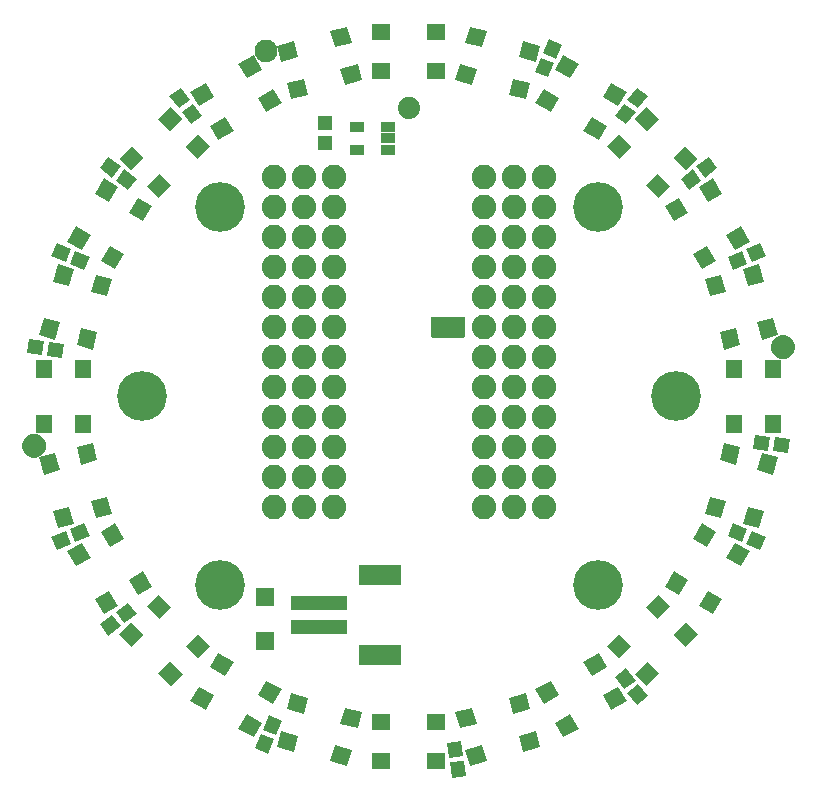
<source format=gbr>
G04 EAGLE Gerber RS-274X export*
G75*
%MOMM*%
%FSLAX34Y34*%
%LPD*%
%INSoldermask Top*%
%IPPOS*%
%AMOC8*
5,1,8,0,0,1.08239X$1,22.5*%
G01*
%ADD10R,1.503200X1.403200*%
%ADD11R,1.403200X1.503200*%
%ADD12R,1.303200X1.203200*%
%ADD13C,1.930400*%
%ADD14C,1.203200*%
%ADD15C,0.500000*%
%ADD16R,1.203200X1.303200*%
%ADD17C,2.082800*%
%ADD18R,4.803200X1.203200*%
%ADD19R,3.603200X1.803200*%
%ADD20C,4.219200*%
%ADD21R,1.603200X1.603200*%
%ADD22C,1.879600*%
%ADD23R,1.371600X1.803400*%
%ADD24R,0.838200X0.406400*%
%ADD25R,1.193200X0.893200*%

G36*
X45838Y49546D02*
X45838Y49546D01*
X45957Y49553D01*
X45995Y49566D01*
X46036Y49571D01*
X46146Y49614D01*
X46259Y49651D01*
X46294Y49673D01*
X46331Y49688D01*
X46427Y49758D01*
X46528Y49821D01*
X46556Y49851D01*
X46589Y49874D01*
X46665Y49966D01*
X46746Y50053D01*
X46766Y50088D01*
X46791Y50119D01*
X46842Y50227D01*
X46900Y50331D01*
X46910Y50371D01*
X46927Y50407D01*
X46949Y50524D01*
X46979Y50639D01*
X46983Y50700D01*
X46987Y50720D01*
X46985Y50740D01*
X46989Y50800D01*
X46989Y66040D01*
X46974Y66158D01*
X46967Y66277D01*
X46954Y66315D01*
X46949Y66356D01*
X46906Y66466D01*
X46869Y66579D01*
X46847Y66614D01*
X46832Y66651D01*
X46763Y66747D01*
X46699Y66848D01*
X46669Y66876D01*
X46646Y66909D01*
X46554Y66985D01*
X46467Y67066D01*
X46432Y67086D01*
X46401Y67111D01*
X46293Y67162D01*
X46189Y67220D01*
X46149Y67230D01*
X46113Y67247D01*
X45996Y67269D01*
X45881Y67299D01*
X45821Y67303D01*
X45801Y67307D01*
X45780Y67305D01*
X45720Y67309D01*
X20320Y67309D01*
X20202Y67294D01*
X20083Y67287D01*
X20045Y67274D01*
X20004Y67269D01*
X19894Y67226D01*
X19781Y67189D01*
X19746Y67167D01*
X19709Y67152D01*
X19613Y67083D01*
X19512Y67019D01*
X19484Y66989D01*
X19451Y66966D01*
X19376Y66874D01*
X19294Y66787D01*
X19274Y66752D01*
X19249Y66721D01*
X19198Y66613D01*
X19140Y66509D01*
X19130Y66469D01*
X19113Y66433D01*
X19091Y66316D01*
X19061Y66201D01*
X19057Y66141D01*
X19053Y66121D01*
X19054Y66114D01*
X19053Y66112D01*
X19054Y66096D01*
X19051Y66040D01*
X19051Y50800D01*
X19066Y50682D01*
X19073Y50563D01*
X19086Y50525D01*
X19091Y50484D01*
X19134Y50374D01*
X19171Y50261D01*
X19193Y50226D01*
X19208Y50189D01*
X19278Y50093D01*
X19341Y49992D01*
X19371Y49964D01*
X19394Y49931D01*
X19486Y49856D01*
X19573Y49774D01*
X19608Y49754D01*
X19639Y49729D01*
X19747Y49678D01*
X19851Y49620D01*
X19891Y49610D01*
X19927Y49593D01*
X20044Y49571D01*
X20159Y49541D01*
X20220Y49537D01*
X20240Y49533D01*
X20260Y49535D01*
X20320Y49531D01*
X45720Y49531D01*
X45838Y49546D01*
G37*
D10*
X23500Y275600D03*
X23500Y308600D03*
X-23500Y275600D03*
X-23500Y308600D03*
G36*
X88585Y268848D02*
X103104Y264957D01*
X99473Y251404D01*
X84954Y255295D01*
X88585Y268848D01*
G37*
G36*
X97126Y300723D02*
X111645Y296832D01*
X108014Y283279D01*
X93495Y287170D01*
X97126Y300723D01*
G37*
G36*
X43187Y281012D02*
X57706Y277121D01*
X54075Y263568D01*
X39556Y267459D01*
X43187Y281012D01*
G37*
G36*
X51728Y312888D02*
X66247Y308997D01*
X62616Y295444D01*
X48097Y299335D01*
X51728Y312888D01*
G37*
G36*
X155151Y236761D02*
X168169Y229245D01*
X161153Y217093D01*
X148135Y224609D01*
X155151Y236761D01*
G37*
G36*
X171651Y265340D02*
X184669Y257824D01*
X177653Y245672D01*
X164635Y253188D01*
X171651Y265340D01*
G37*
G36*
X114447Y260261D02*
X127465Y252745D01*
X120449Y240593D01*
X107431Y248109D01*
X114447Y260261D01*
G37*
G36*
X130947Y288840D02*
X143965Y281324D01*
X136949Y269172D01*
X123931Y276688D01*
X130947Y288840D01*
G37*
G36*
X211142Y188536D02*
X221770Y177908D01*
X211848Y167986D01*
X201220Y178614D01*
X211142Y188536D01*
G37*
G36*
X234476Y211870D02*
X245104Y201242D01*
X235182Y191320D01*
X224554Y201948D01*
X234476Y211870D01*
G37*
G36*
X177908Y221770D02*
X188536Y211142D01*
X178614Y201220D01*
X167986Y211848D01*
X177908Y221770D01*
G37*
G36*
X201242Y245104D02*
X211870Y234476D01*
X201948Y224554D01*
X191320Y235182D01*
X201242Y245104D01*
G37*
G36*
X252745Y127465D02*
X260261Y114447D01*
X248109Y107431D01*
X240593Y120449D01*
X252745Y127465D01*
G37*
G36*
X281324Y143965D02*
X288840Y130947D01*
X276688Y123931D01*
X269172Y136949D01*
X281324Y143965D01*
G37*
G36*
X229245Y168169D02*
X236761Y155151D01*
X224609Y148135D01*
X217093Y161153D01*
X229245Y168169D01*
G37*
G36*
X257824Y184669D02*
X265340Y171651D01*
X253188Y164635D01*
X245672Y177653D01*
X257824Y184669D01*
G37*
G36*
X277121Y57706D02*
X281012Y43187D01*
X267459Y39556D01*
X263568Y54075D01*
X277121Y57706D01*
G37*
G36*
X308997Y66247D02*
X312888Y51728D01*
X299335Y48097D01*
X295444Y62616D01*
X308997Y66247D01*
G37*
G36*
X264957Y103104D02*
X268848Y88585D01*
X255295Y84954D01*
X251404Y99473D01*
X264957Y103104D01*
G37*
G36*
X296832Y111645D02*
X300723Y97126D01*
X287170Y93495D01*
X283279Y108014D01*
X296832Y111645D01*
G37*
D11*
X275600Y-23500D03*
X308600Y-23500D03*
X275600Y23500D03*
X308600Y23500D03*
D10*
G36*
X268848Y-88585D02*
X264957Y-103104D01*
X251404Y-99473D01*
X255295Y-84954D01*
X268848Y-88585D01*
G37*
G36*
X300723Y-97126D02*
X296832Y-111645D01*
X283279Y-108014D01*
X287170Y-93495D01*
X300723Y-97126D01*
G37*
G36*
X281012Y-43187D02*
X277121Y-57706D01*
X263568Y-54075D01*
X267459Y-39556D01*
X281012Y-43187D01*
G37*
G36*
X312888Y-51728D02*
X308997Y-66247D01*
X295444Y-62616D01*
X299335Y-48097D01*
X312888Y-51728D01*
G37*
G36*
X236761Y-155151D02*
X229245Y-168169D01*
X217093Y-161153D01*
X224609Y-148135D01*
X236761Y-155151D01*
G37*
G36*
X265340Y-171651D02*
X257824Y-184669D01*
X245672Y-177653D01*
X253188Y-164635D01*
X265340Y-171651D01*
G37*
G36*
X260261Y-114447D02*
X252745Y-127465D01*
X240593Y-120449D01*
X248109Y-107431D01*
X260261Y-114447D01*
G37*
G36*
X288840Y-130947D02*
X281324Y-143965D01*
X269172Y-136949D01*
X276688Y-123931D01*
X288840Y-130947D01*
G37*
G36*
X188536Y-211142D02*
X177908Y-221770D01*
X167986Y-211848D01*
X178614Y-201220D01*
X188536Y-211142D01*
G37*
G36*
X211870Y-234476D02*
X201242Y-245104D01*
X191320Y-235182D01*
X201948Y-224554D01*
X211870Y-234476D01*
G37*
G36*
X221770Y-177908D02*
X211142Y-188536D01*
X201220Y-178614D01*
X211848Y-167986D01*
X221770Y-177908D01*
G37*
G36*
X245104Y-201242D02*
X234476Y-211870D01*
X224554Y-201948D01*
X235182Y-191320D01*
X245104Y-201242D01*
G37*
G36*
X127465Y-252745D02*
X114447Y-260261D01*
X107431Y-248109D01*
X120449Y-240593D01*
X127465Y-252745D01*
G37*
G36*
X143965Y-281324D02*
X130947Y-288840D01*
X123931Y-276688D01*
X136949Y-269172D01*
X143965Y-281324D01*
G37*
G36*
X168169Y-229245D02*
X155151Y-236761D01*
X148135Y-224609D01*
X161153Y-217093D01*
X168169Y-229245D01*
G37*
G36*
X184669Y-257824D02*
X171651Y-265340D01*
X164635Y-253188D01*
X177653Y-245672D01*
X184669Y-257824D01*
G37*
G36*
X57706Y-277121D02*
X43187Y-281012D01*
X39556Y-267459D01*
X54075Y-263568D01*
X57706Y-277121D01*
G37*
G36*
X66247Y-308997D02*
X51728Y-312888D01*
X48097Y-299335D01*
X62616Y-295444D01*
X66247Y-308997D01*
G37*
G36*
X103104Y-264957D02*
X88585Y-268848D01*
X84954Y-255295D01*
X99473Y-251404D01*
X103104Y-264957D01*
G37*
G36*
X111645Y-296832D02*
X97126Y-300723D01*
X93495Y-287170D01*
X108014Y-283279D01*
X111645Y-296832D01*
G37*
D12*
G36*
X123383Y282155D02*
X118396Y270116D01*
X107281Y274721D01*
X112268Y286760D01*
X123383Y282155D01*
G37*
G36*
X129889Y297861D02*
X124902Y285822D01*
X113787Y290427D01*
X118774Y302466D01*
X129889Y297861D01*
G37*
G36*
X192208Y240608D02*
X184275Y230270D01*
X174730Y237594D01*
X182663Y247932D01*
X192208Y240608D01*
G37*
G36*
X202557Y254095D02*
X194624Y243757D01*
X185079Y251081D01*
X193012Y261419D01*
X202557Y254095D01*
G37*
G36*
X247932Y182663D02*
X237594Y174730D01*
X230270Y184275D01*
X240608Y192208D01*
X247932Y182663D01*
G37*
G36*
X261419Y193012D02*
X251081Y185079D01*
X243757Y194624D01*
X254095Y202557D01*
X261419Y193012D01*
G37*
G36*
X282155Y-123383D02*
X270116Y-118396D01*
X274721Y-107281D01*
X286760Y-112268D01*
X282155Y-123383D01*
G37*
G36*
X297861Y-129889D02*
X285822Y-124902D01*
X290427Y-113787D01*
X302466Y-118774D01*
X297861Y-129889D01*
G37*
G36*
X182663Y-247932D02*
X174730Y-237594D01*
X184275Y-230270D01*
X192208Y-240608D01*
X182663Y-247932D01*
G37*
G36*
X193012Y-261419D02*
X185079Y-251081D01*
X194624Y-243757D01*
X202557Y-254095D01*
X193012Y-261419D01*
G37*
G36*
X34223Y-306046D02*
X32522Y-293126D01*
X44451Y-291556D01*
X46152Y-304476D01*
X34223Y-306046D01*
G37*
G36*
X36442Y-322901D02*
X34741Y-309981D01*
X46670Y-308411D01*
X48371Y-321331D01*
X36442Y-322901D01*
G37*
D10*
X-23500Y-275600D03*
X-23500Y-308600D03*
X23500Y-275600D03*
X23500Y-308600D03*
G36*
X-88585Y-268848D02*
X-103104Y-264957D01*
X-99473Y-251404D01*
X-84954Y-255295D01*
X-88585Y-268848D01*
G37*
G36*
X-97126Y-300723D02*
X-111645Y-296832D01*
X-108014Y-283279D01*
X-93495Y-287170D01*
X-97126Y-300723D01*
G37*
G36*
X-43187Y-281012D02*
X-57706Y-277121D01*
X-54075Y-263568D01*
X-39556Y-267459D01*
X-43187Y-281012D01*
G37*
G36*
X-51728Y-312888D02*
X-66247Y-308997D01*
X-62616Y-295444D01*
X-48097Y-299335D01*
X-51728Y-312888D01*
G37*
G36*
X-155151Y-236761D02*
X-168169Y-229245D01*
X-161153Y-217093D01*
X-148135Y-224609D01*
X-155151Y-236761D01*
G37*
G36*
X-171651Y-265340D02*
X-184669Y-257824D01*
X-177653Y-245672D01*
X-164635Y-253188D01*
X-171651Y-265340D01*
G37*
G36*
X-114447Y-260261D02*
X-127465Y-252745D01*
X-120449Y-240593D01*
X-107431Y-248109D01*
X-114447Y-260261D01*
G37*
G36*
X-130947Y-288840D02*
X-143965Y-281324D01*
X-136949Y-269172D01*
X-123931Y-276688D01*
X-130947Y-288840D01*
G37*
G36*
X-211142Y-188536D02*
X-221770Y-177908D01*
X-211848Y-167986D01*
X-201220Y-178614D01*
X-211142Y-188536D01*
G37*
G36*
X-234476Y-211870D02*
X-245104Y-201242D01*
X-235182Y-191320D01*
X-224554Y-201948D01*
X-234476Y-211870D01*
G37*
G36*
X-177908Y-221770D02*
X-188536Y-211142D01*
X-178614Y-201220D01*
X-167986Y-211848D01*
X-177908Y-221770D01*
G37*
G36*
X-201242Y-245104D02*
X-211870Y-234476D01*
X-201948Y-224554D01*
X-191320Y-235182D01*
X-201242Y-245104D01*
G37*
G36*
X-252745Y-127465D02*
X-260261Y-114447D01*
X-248109Y-107431D01*
X-240593Y-120449D01*
X-252745Y-127465D01*
G37*
G36*
X-281324Y-143965D02*
X-288840Y-130947D01*
X-276688Y-123931D01*
X-269172Y-136949D01*
X-281324Y-143965D01*
G37*
G36*
X-229245Y-168169D02*
X-236761Y-155151D01*
X-224609Y-148135D01*
X-217093Y-161153D01*
X-229245Y-168169D01*
G37*
G36*
X-257824Y-184669D02*
X-265340Y-171651D01*
X-253188Y-164635D01*
X-245672Y-177653D01*
X-257824Y-184669D01*
G37*
G36*
X-277121Y-57706D02*
X-281012Y-43187D01*
X-267459Y-39556D01*
X-263568Y-54075D01*
X-277121Y-57706D01*
G37*
G36*
X-308997Y-66247D02*
X-312888Y-51728D01*
X-299335Y-48097D01*
X-295444Y-62616D01*
X-308997Y-66247D01*
G37*
G36*
X-264957Y-103104D02*
X-268848Y-88585D01*
X-255295Y-84954D01*
X-251404Y-99473D01*
X-264957Y-103104D01*
G37*
G36*
X-296832Y-111645D02*
X-300723Y-97126D01*
X-287170Y-93495D01*
X-283279Y-108014D01*
X-296832Y-111645D01*
G37*
D11*
X-275600Y23500D03*
X-308600Y23500D03*
X-275600Y-23500D03*
X-308600Y-23500D03*
D10*
G36*
X-268848Y88585D02*
X-264957Y103104D01*
X-251404Y99473D01*
X-255295Y84954D01*
X-268848Y88585D01*
G37*
G36*
X-300723Y97126D02*
X-296832Y111645D01*
X-283279Y108014D01*
X-287170Y93495D01*
X-300723Y97126D01*
G37*
G36*
X-281012Y43187D02*
X-277121Y57706D01*
X-263568Y54075D01*
X-267459Y39556D01*
X-281012Y43187D01*
G37*
G36*
X-312888Y51728D02*
X-308997Y66247D01*
X-295444Y62616D01*
X-299335Y48097D01*
X-312888Y51728D01*
G37*
G36*
X-236761Y155151D02*
X-229245Y168169D01*
X-217093Y161153D01*
X-224609Y148135D01*
X-236761Y155151D01*
G37*
G36*
X-265340Y171651D02*
X-257824Y184669D01*
X-245672Y177653D01*
X-253188Y164635D01*
X-265340Y171651D01*
G37*
G36*
X-260261Y114447D02*
X-252745Y127465D01*
X-240593Y120449D01*
X-248109Y107431D01*
X-260261Y114447D01*
G37*
G36*
X-288840Y130947D02*
X-281324Y143965D01*
X-269172Y136949D01*
X-276688Y123931D01*
X-288840Y130947D01*
G37*
G36*
X-188536Y211142D02*
X-177908Y221770D01*
X-167986Y211848D01*
X-178614Y201220D01*
X-188536Y211142D01*
G37*
G36*
X-211870Y234476D02*
X-201242Y245104D01*
X-191320Y235182D01*
X-201948Y224554D01*
X-211870Y234476D01*
G37*
G36*
X-221770Y177908D02*
X-211142Y188536D01*
X-201220Y178614D01*
X-211848Y167986D01*
X-221770Y177908D01*
G37*
G36*
X-245104Y201242D02*
X-234476Y211870D01*
X-224554Y201948D01*
X-235182Y191320D01*
X-245104Y201242D01*
G37*
G36*
X-127465Y252745D02*
X-114447Y260261D01*
X-107431Y248109D01*
X-120449Y240593D01*
X-127465Y252745D01*
G37*
G36*
X-143965Y281324D02*
X-130947Y288840D01*
X-123931Y276688D01*
X-136949Y269172D01*
X-143965Y281324D01*
G37*
G36*
X-168169Y229245D02*
X-155151Y236761D01*
X-148135Y224609D01*
X-161153Y217093D01*
X-168169Y229245D01*
G37*
G36*
X-184669Y257824D02*
X-171651Y265340D01*
X-164635Y253188D01*
X-177653Y245672D01*
X-184669Y257824D01*
G37*
G36*
X-57706Y277121D02*
X-43187Y281012D01*
X-39556Y267459D01*
X-54075Y263568D01*
X-57706Y277121D01*
G37*
G36*
X-66247Y308997D02*
X-51728Y312888D01*
X-48097Y299335D01*
X-62616Y295444D01*
X-66247Y308997D01*
G37*
G36*
X-103104Y264957D02*
X-88585Y268848D01*
X-84954Y255295D01*
X-99473Y251404D01*
X-103104Y264957D01*
G37*
G36*
X-111645Y296832D02*
X-97126Y300723D01*
X-93495Y287170D01*
X-108014Y283279D01*
X-111645Y296832D01*
G37*
D12*
G36*
X286760Y112268D02*
X274721Y107281D01*
X270116Y118396D01*
X282155Y123383D01*
X286760Y112268D01*
G37*
G36*
X302466Y118774D02*
X290427Y113787D01*
X285822Y124902D01*
X297861Y129889D01*
X302466Y118774D01*
G37*
G36*
X304476Y-46152D02*
X291556Y-44451D01*
X293126Y-32522D01*
X306046Y-34223D01*
X304476Y-46152D01*
G37*
G36*
X321331Y-48371D02*
X308411Y-46670D01*
X309981Y-34741D01*
X322901Y-36442D01*
X321331Y-48371D01*
G37*
G36*
X-123383Y-282155D02*
X-118396Y-270116D01*
X-107281Y-274721D01*
X-112268Y-286760D01*
X-123383Y-282155D01*
G37*
G36*
X-129889Y-297861D02*
X-124902Y-285822D01*
X-113787Y-290427D01*
X-118774Y-302466D01*
X-129889Y-297861D01*
G37*
G36*
X-247932Y-182663D02*
X-237594Y-174730D01*
X-230270Y-184275D01*
X-240608Y-192208D01*
X-247932Y-182663D01*
G37*
G36*
X-261419Y-193012D02*
X-251081Y-185079D01*
X-243757Y-194624D01*
X-254095Y-202557D01*
X-261419Y-193012D01*
G37*
G36*
X-286760Y-112268D02*
X-274721Y-107281D01*
X-270116Y-118396D01*
X-282155Y-123383D01*
X-286760Y-112268D01*
G37*
G36*
X-302466Y-118774D02*
X-290427Y-113787D01*
X-285822Y-124902D01*
X-297861Y-129889D01*
X-302466Y-118774D01*
G37*
G36*
X-304476Y46152D02*
X-291556Y44451D01*
X-293126Y32522D01*
X-306046Y34223D01*
X-304476Y46152D01*
G37*
G36*
X-321331Y48371D02*
X-308411Y46670D01*
X-309981Y34741D01*
X-322901Y36442D01*
X-321331Y48371D01*
G37*
G36*
X-282155Y123383D02*
X-270116Y118396D01*
X-274721Y107281D01*
X-286760Y112268D01*
X-282155Y123383D01*
G37*
G36*
X-297861Y129889D02*
X-285822Y124902D01*
X-290427Y113787D01*
X-302466Y118774D01*
X-297861Y129889D01*
G37*
G36*
X-240608Y192208D02*
X-230270Y184275D01*
X-237594Y174730D01*
X-247932Y182663D01*
X-240608Y192208D01*
G37*
G36*
X-254095Y202557D02*
X-243757Y194624D01*
X-251081Y185079D01*
X-261419Y193012D01*
X-254095Y202557D01*
G37*
G36*
X-182663Y247932D02*
X-174730Y237594D01*
X-184275Y230270D01*
X-192208Y240608D01*
X-182663Y247932D01*
G37*
G36*
X-193012Y261419D02*
X-185079Y251081D01*
X-194624Y243757D01*
X-202557Y254095D01*
X-193012Y261419D01*
G37*
D13*
X-120650Y292100D03*
D14*
X-316992Y-41910D03*
D15*
X-316992Y-34410D02*
X-317173Y-34412D01*
X-317354Y-34419D01*
X-317535Y-34430D01*
X-317716Y-34445D01*
X-317896Y-34465D01*
X-318076Y-34489D01*
X-318255Y-34517D01*
X-318433Y-34550D01*
X-318610Y-34587D01*
X-318787Y-34628D01*
X-318962Y-34673D01*
X-319137Y-34723D01*
X-319310Y-34777D01*
X-319481Y-34835D01*
X-319652Y-34897D01*
X-319820Y-34964D01*
X-319987Y-35034D01*
X-320153Y-35108D01*
X-320316Y-35187D01*
X-320477Y-35269D01*
X-320637Y-35355D01*
X-320794Y-35445D01*
X-320949Y-35539D01*
X-321102Y-35636D01*
X-321252Y-35738D01*
X-321400Y-35842D01*
X-321546Y-35951D01*
X-321688Y-36062D01*
X-321828Y-36178D01*
X-321965Y-36296D01*
X-322100Y-36418D01*
X-322231Y-36543D01*
X-322359Y-36671D01*
X-322484Y-36802D01*
X-322606Y-36937D01*
X-322724Y-37074D01*
X-322840Y-37214D01*
X-322951Y-37356D01*
X-323060Y-37502D01*
X-323164Y-37650D01*
X-323266Y-37800D01*
X-323363Y-37953D01*
X-323457Y-38108D01*
X-323547Y-38265D01*
X-323633Y-38425D01*
X-323715Y-38586D01*
X-323794Y-38749D01*
X-323868Y-38915D01*
X-323938Y-39082D01*
X-324005Y-39250D01*
X-324067Y-39421D01*
X-324125Y-39592D01*
X-324179Y-39765D01*
X-324229Y-39940D01*
X-324274Y-40115D01*
X-324315Y-40292D01*
X-324352Y-40469D01*
X-324385Y-40647D01*
X-324413Y-40826D01*
X-324437Y-41006D01*
X-324457Y-41186D01*
X-324472Y-41367D01*
X-324483Y-41548D01*
X-324490Y-41729D01*
X-324492Y-41910D01*
X-316992Y-34410D02*
X-316811Y-34412D01*
X-316630Y-34419D01*
X-316449Y-34430D01*
X-316268Y-34445D01*
X-316088Y-34465D01*
X-315908Y-34489D01*
X-315729Y-34517D01*
X-315551Y-34550D01*
X-315374Y-34587D01*
X-315197Y-34628D01*
X-315022Y-34673D01*
X-314847Y-34723D01*
X-314674Y-34777D01*
X-314503Y-34835D01*
X-314332Y-34897D01*
X-314164Y-34964D01*
X-313997Y-35034D01*
X-313831Y-35108D01*
X-313668Y-35187D01*
X-313507Y-35269D01*
X-313347Y-35355D01*
X-313190Y-35445D01*
X-313035Y-35539D01*
X-312882Y-35636D01*
X-312732Y-35738D01*
X-312584Y-35842D01*
X-312438Y-35951D01*
X-312296Y-36062D01*
X-312156Y-36178D01*
X-312019Y-36296D01*
X-311884Y-36418D01*
X-311753Y-36543D01*
X-311625Y-36671D01*
X-311500Y-36802D01*
X-311378Y-36937D01*
X-311260Y-37074D01*
X-311144Y-37214D01*
X-311033Y-37356D01*
X-310924Y-37502D01*
X-310820Y-37650D01*
X-310718Y-37800D01*
X-310621Y-37953D01*
X-310527Y-38108D01*
X-310437Y-38265D01*
X-310351Y-38425D01*
X-310269Y-38586D01*
X-310190Y-38749D01*
X-310116Y-38915D01*
X-310046Y-39082D01*
X-309979Y-39250D01*
X-309917Y-39421D01*
X-309859Y-39592D01*
X-309805Y-39765D01*
X-309755Y-39940D01*
X-309710Y-40115D01*
X-309669Y-40292D01*
X-309632Y-40469D01*
X-309599Y-40647D01*
X-309571Y-40826D01*
X-309547Y-41006D01*
X-309527Y-41186D01*
X-309512Y-41367D01*
X-309501Y-41548D01*
X-309494Y-41729D01*
X-309492Y-41910D01*
X-309494Y-42091D01*
X-309501Y-42272D01*
X-309512Y-42453D01*
X-309527Y-42634D01*
X-309547Y-42814D01*
X-309571Y-42994D01*
X-309599Y-43173D01*
X-309632Y-43351D01*
X-309669Y-43528D01*
X-309710Y-43705D01*
X-309755Y-43880D01*
X-309805Y-44055D01*
X-309859Y-44228D01*
X-309917Y-44399D01*
X-309979Y-44570D01*
X-310046Y-44738D01*
X-310116Y-44905D01*
X-310190Y-45071D01*
X-310269Y-45234D01*
X-310351Y-45395D01*
X-310437Y-45555D01*
X-310527Y-45712D01*
X-310621Y-45867D01*
X-310718Y-46020D01*
X-310820Y-46170D01*
X-310924Y-46318D01*
X-311033Y-46464D01*
X-311144Y-46606D01*
X-311260Y-46746D01*
X-311378Y-46883D01*
X-311500Y-47018D01*
X-311625Y-47149D01*
X-311753Y-47277D01*
X-311884Y-47402D01*
X-312019Y-47524D01*
X-312156Y-47642D01*
X-312296Y-47758D01*
X-312438Y-47869D01*
X-312584Y-47978D01*
X-312732Y-48082D01*
X-312882Y-48184D01*
X-313035Y-48281D01*
X-313190Y-48375D01*
X-313347Y-48465D01*
X-313507Y-48551D01*
X-313668Y-48633D01*
X-313831Y-48712D01*
X-313997Y-48786D01*
X-314164Y-48856D01*
X-314332Y-48923D01*
X-314503Y-48985D01*
X-314674Y-49043D01*
X-314847Y-49097D01*
X-315022Y-49147D01*
X-315197Y-49192D01*
X-315374Y-49233D01*
X-315551Y-49270D01*
X-315729Y-49303D01*
X-315908Y-49331D01*
X-316088Y-49355D01*
X-316268Y-49375D01*
X-316449Y-49390D01*
X-316630Y-49401D01*
X-316811Y-49408D01*
X-316992Y-49410D01*
X-317173Y-49408D01*
X-317354Y-49401D01*
X-317535Y-49390D01*
X-317716Y-49375D01*
X-317896Y-49355D01*
X-318076Y-49331D01*
X-318255Y-49303D01*
X-318433Y-49270D01*
X-318610Y-49233D01*
X-318787Y-49192D01*
X-318962Y-49147D01*
X-319137Y-49097D01*
X-319310Y-49043D01*
X-319481Y-48985D01*
X-319652Y-48923D01*
X-319820Y-48856D01*
X-319987Y-48786D01*
X-320153Y-48712D01*
X-320316Y-48633D01*
X-320477Y-48551D01*
X-320637Y-48465D01*
X-320794Y-48375D01*
X-320949Y-48281D01*
X-321102Y-48184D01*
X-321252Y-48082D01*
X-321400Y-47978D01*
X-321546Y-47869D01*
X-321688Y-47758D01*
X-321828Y-47642D01*
X-321965Y-47524D01*
X-322100Y-47402D01*
X-322231Y-47277D01*
X-322359Y-47149D01*
X-322484Y-47018D01*
X-322606Y-46883D01*
X-322724Y-46746D01*
X-322840Y-46606D01*
X-322951Y-46464D01*
X-323060Y-46318D01*
X-323164Y-46170D01*
X-323266Y-46020D01*
X-323363Y-45867D01*
X-323457Y-45712D01*
X-323547Y-45555D01*
X-323633Y-45395D01*
X-323715Y-45234D01*
X-323794Y-45071D01*
X-323868Y-44905D01*
X-323938Y-44738D01*
X-324005Y-44570D01*
X-324067Y-44399D01*
X-324125Y-44228D01*
X-324179Y-44055D01*
X-324229Y-43880D01*
X-324274Y-43705D01*
X-324315Y-43528D01*
X-324352Y-43351D01*
X-324385Y-43173D01*
X-324413Y-42994D01*
X-324437Y-42814D01*
X-324457Y-42634D01*
X-324472Y-42453D01*
X-324483Y-42272D01*
X-324490Y-42091D01*
X-324492Y-41910D01*
D14*
X316992Y41656D03*
D15*
X316992Y49156D02*
X316811Y49154D01*
X316630Y49147D01*
X316449Y49136D01*
X316268Y49121D01*
X316088Y49101D01*
X315908Y49077D01*
X315729Y49049D01*
X315551Y49016D01*
X315374Y48979D01*
X315197Y48938D01*
X315022Y48893D01*
X314847Y48843D01*
X314674Y48789D01*
X314503Y48731D01*
X314332Y48669D01*
X314164Y48602D01*
X313997Y48532D01*
X313831Y48458D01*
X313668Y48379D01*
X313507Y48297D01*
X313347Y48211D01*
X313190Y48121D01*
X313035Y48027D01*
X312882Y47930D01*
X312732Y47828D01*
X312584Y47724D01*
X312438Y47615D01*
X312296Y47504D01*
X312156Y47388D01*
X312019Y47270D01*
X311884Y47148D01*
X311753Y47023D01*
X311625Y46895D01*
X311500Y46764D01*
X311378Y46629D01*
X311260Y46492D01*
X311144Y46352D01*
X311033Y46210D01*
X310924Y46064D01*
X310820Y45916D01*
X310718Y45766D01*
X310621Y45613D01*
X310527Y45458D01*
X310437Y45301D01*
X310351Y45141D01*
X310269Y44980D01*
X310190Y44817D01*
X310116Y44651D01*
X310046Y44484D01*
X309979Y44316D01*
X309917Y44145D01*
X309859Y43974D01*
X309805Y43801D01*
X309755Y43626D01*
X309710Y43451D01*
X309669Y43274D01*
X309632Y43097D01*
X309599Y42919D01*
X309571Y42740D01*
X309547Y42560D01*
X309527Y42380D01*
X309512Y42199D01*
X309501Y42018D01*
X309494Y41837D01*
X309492Y41656D01*
X316992Y49156D02*
X317173Y49154D01*
X317354Y49147D01*
X317535Y49136D01*
X317716Y49121D01*
X317896Y49101D01*
X318076Y49077D01*
X318255Y49049D01*
X318433Y49016D01*
X318610Y48979D01*
X318787Y48938D01*
X318962Y48893D01*
X319137Y48843D01*
X319310Y48789D01*
X319481Y48731D01*
X319652Y48669D01*
X319820Y48602D01*
X319987Y48532D01*
X320153Y48458D01*
X320316Y48379D01*
X320477Y48297D01*
X320637Y48211D01*
X320794Y48121D01*
X320949Y48027D01*
X321102Y47930D01*
X321252Y47828D01*
X321400Y47724D01*
X321546Y47615D01*
X321688Y47504D01*
X321828Y47388D01*
X321965Y47270D01*
X322100Y47148D01*
X322231Y47023D01*
X322359Y46895D01*
X322484Y46764D01*
X322606Y46629D01*
X322724Y46492D01*
X322840Y46352D01*
X322951Y46210D01*
X323060Y46064D01*
X323164Y45916D01*
X323266Y45766D01*
X323363Y45613D01*
X323457Y45458D01*
X323547Y45301D01*
X323633Y45141D01*
X323715Y44980D01*
X323794Y44817D01*
X323868Y44651D01*
X323938Y44484D01*
X324005Y44316D01*
X324067Y44145D01*
X324125Y43974D01*
X324179Y43801D01*
X324229Y43626D01*
X324274Y43451D01*
X324315Y43274D01*
X324352Y43097D01*
X324385Y42919D01*
X324413Y42740D01*
X324437Y42560D01*
X324457Y42380D01*
X324472Y42199D01*
X324483Y42018D01*
X324490Y41837D01*
X324492Y41656D01*
X324490Y41475D01*
X324483Y41294D01*
X324472Y41113D01*
X324457Y40932D01*
X324437Y40752D01*
X324413Y40572D01*
X324385Y40393D01*
X324352Y40215D01*
X324315Y40038D01*
X324274Y39861D01*
X324229Y39686D01*
X324179Y39511D01*
X324125Y39338D01*
X324067Y39167D01*
X324005Y38996D01*
X323938Y38828D01*
X323868Y38661D01*
X323794Y38495D01*
X323715Y38332D01*
X323633Y38171D01*
X323547Y38011D01*
X323457Y37854D01*
X323363Y37699D01*
X323266Y37546D01*
X323164Y37396D01*
X323060Y37248D01*
X322951Y37102D01*
X322840Y36960D01*
X322724Y36820D01*
X322606Y36683D01*
X322484Y36548D01*
X322359Y36417D01*
X322231Y36289D01*
X322100Y36164D01*
X321965Y36042D01*
X321828Y35924D01*
X321688Y35808D01*
X321546Y35697D01*
X321400Y35588D01*
X321252Y35484D01*
X321102Y35382D01*
X320949Y35285D01*
X320794Y35191D01*
X320637Y35101D01*
X320477Y35015D01*
X320316Y34933D01*
X320153Y34854D01*
X319987Y34780D01*
X319820Y34710D01*
X319652Y34643D01*
X319481Y34581D01*
X319310Y34523D01*
X319137Y34469D01*
X318962Y34419D01*
X318787Y34374D01*
X318610Y34333D01*
X318433Y34296D01*
X318255Y34263D01*
X318076Y34235D01*
X317896Y34211D01*
X317716Y34191D01*
X317535Y34176D01*
X317354Y34165D01*
X317173Y34158D01*
X316992Y34156D01*
X316811Y34158D01*
X316630Y34165D01*
X316449Y34176D01*
X316268Y34191D01*
X316088Y34211D01*
X315908Y34235D01*
X315729Y34263D01*
X315551Y34296D01*
X315374Y34333D01*
X315197Y34374D01*
X315022Y34419D01*
X314847Y34469D01*
X314674Y34523D01*
X314503Y34581D01*
X314332Y34643D01*
X314164Y34710D01*
X313997Y34780D01*
X313831Y34854D01*
X313668Y34933D01*
X313507Y35015D01*
X313347Y35101D01*
X313190Y35191D01*
X313035Y35285D01*
X312882Y35382D01*
X312732Y35484D01*
X312584Y35588D01*
X312438Y35697D01*
X312296Y35808D01*
X312156Y35924D01*
X312019Y36042D01*
X311884Y36164D01*
X311753Y36289D01*
X311625Y36417D01*
X311500Y36548D01*
X311378Y36683D01*
X311260Y36820D01*
X311144Y36960D01*
X311033Y37102D01*
X310924Y37248D01*
X310820Y37396D01*
X310718Y37546D01*
X310621Y37699D01*
X310527Y37854D01*
X310437Y38011D01*
X310351Y38171D01*
X310269Y38332D01*
X310190Y38495D01*
X310116Y38661D01*
X310046Y38828D01*
X309979Y38996D01*
X309917Y39167D01*
X309859Y39338D01*
X309805Y39511D01*
X309755Y39686D01*
X309710Y39861D01*
X309669Y40038D01*
X309632Y40215D01*
X309599Y40393D01*
X309571Y40572D01*
X309547Y40752D01*
X309527Y40932D01*
X309512Y41113D01*
X309501Y41294D01*
X309494Y41475D01*
X309492Y41656D01*
D16*
X-70313Y214421D03*
X-70313Y231421D03*
D17*
X-88900Y185700D03*
X-88900Y160300D03*
X-88900Y134900D03*
X-88900Y109500D03*
X-88900Y84100D03*
X-88900Y58700D03*
X-88900Y33300D03*
X-88900Y7900D03*
X-88900Y-17500D03*
X-88900Y-42900D03*
X-88900Y-68300D03*
X-88900Y-93700D03*
X88900Y-93700D03*
X88900Y-68300D03*
X88900Y-42900D03*
X88900Y-17500D03*
X88900Y7900D03*
X88900Y33300D03*
X88900Y58700D03*
X88900Y84100D03*
X88900Y109500D03*
X88900Y134900D03*
X88900Y160300D03*
X88900Y185700D03*
X-114300Y185700D03*
X-114300Y160300D03*
X-114300Y134900D03*
X-114300Y109500D03*
X-114300Y84100D03*
X-114300Y58700D03*
X-114300Y33300D03*
X-114300Y7900D03*
X-114300Y-17500D03*
X-114300Y-42900D03*
X-114300Y-68300D03*
X-114300Y-93700D03*
X63500Y-93700D03*
X63500Y-68300D03*
X63500Y-42900D03*
X63500Y-17500D03*
X63500Y7900D03*
X63500Y33300D03*
X63500Y58700D03*
X63500Y84100D03*
X63500Y109500D03*
X63500Y134900D03*
X63500Y160300D03*
X63500Y185700D03*
X-63500Y185700D03*
X-63500Y160300D03*
X-63500Y134900D03*
X-63500Y109500D03*
X-63500Y84100D03*
X-63500Y58700D03*
X-63500Y33300D03*
X-63500Y7900D03*
X-63500Y-17500D03*
X-63500Y-42900D03*
X-63500Y-68300D03*
X-63500Y-93700D03*
X114300Y-93700D03*
X114300Y-68300D03*
X114300Y-42900D03*
X114300Y-17500D03*
X114300Y7900D03*
X114300Y33300D03*
X114300Y58700D03*
X114300Y84100D03*
X114300Y109500D03*
X114300Y134900D03*
X114300Y160300D03*
X114300Y185700D03*
D18*
X-76000Y-175000D03*
X-76000Y-195000D03*
D19*
X-24000Y-151000D03*
X-24000Y-219000D03*
D20*
X160000Y160000D03*
X-160000Y160000D03*
X-160000Y-160000D03*
X160000Y-160000D03*
D21*
X-121280Y-207160D03*
X-121280Y-170160D03*
D20*
X-226060Y0D03*
X226060Y0D03*
D22*
X0Y243840D03*
D23*
X25400Y58420D03*
X40640Y58420D03*
D24*
X33020Y58420D03*
D25*
X-17580Y208940D03*
X-17580Y218440D03*
X-17580Y227940D03*
X-43480Y227940D03*
X-43480Y208940D03*
M02*

</source>
